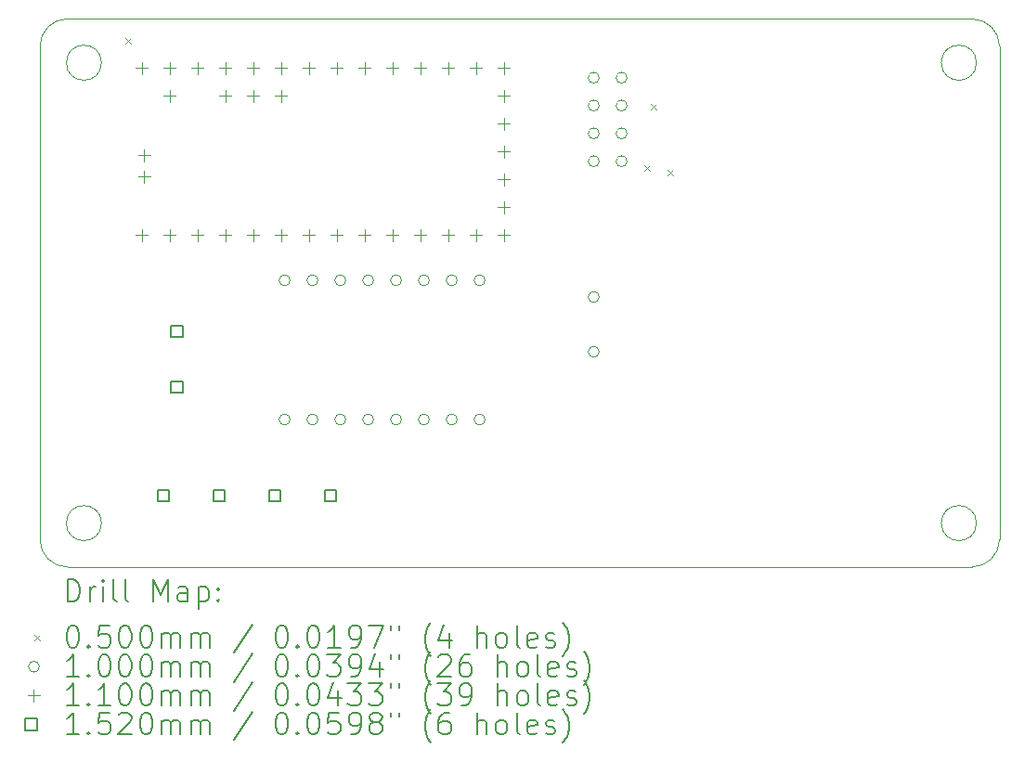
<source format=gbr>
%FSLAX45Y45*%
G04 Gerber Fmt 4.5, Leading zero omitted, Abs format (unit mm)*
G04 Created by KiCad (PCBNEW (6.0.6)) date 2022-07-07 23:48:39*
%MOMM*%
%LPD*%
G01*
G04 APERTURE LIST*
%TA.AperFunction,Profile*%
%ADD10C,0.100000*%
%TD*%
%ADD11C,0.200000*%
%ADD12C,0.050000*%
%ADD13C,0.100000*%
%ADD14C,0.110000*%
%ADD15C,0.152000*%
G04 APERTURE END LIST*
D10*
X15250000Y-9250000D02*
G75*
G03*
X15000000Y-9000000I-250000J0D01*
G01*
X15040000Y-13600000D02*
G75*
G03*
X15040000Y-13600000I-160000J0D01*
G01*
X6750000Y-9000000D02*
G75*
G03*
X6500000Y-9250000I0J-250000D01*
G01*
X7060000Y-13600000D02*
G75*
G03*
X7060000Y-13600000I-160000J0D01*
G01*
X15250000Y-9250000D02*
X15250000Y-13750000D01*
X6750000Y-9000000D02*
X15000000Y-9000000D01*
X15000000Y-14000000D02*
X6750000Y-14000000D01*
X6500000Y-13750000D02*
X6500000Y-9250000D01*
X15000000Y-14000000D02*
G75*
G03*
X15250000Y-13750000I0J250000D01*
G01*
X6500000Y-13750000D02*
G75*
G03*
X6750000Y-14000000I250000J0D01*
G01*
X7060000Y-9400000D02*
G75*
G03*
X7060000Y-9400000I-160000J0D01*
G01*
X15040000Y-9400000D02*
G75*
G03*
X15040000Y-9400000I-160000J0D01*
G01*
D11*
D12*
X7275000Y-9175000D02*
X7325000Y-9225000D01*
X7325000Y-9175000D02*
X7275000Y-9225000D01*
X12015000Y-10335000D02*
X12065000Y-10385000D01*
X12065000Y-10335000D02*
X12015000Y-10385000D01*
X12070000Y-9780000D02*
X12120000Y-9830000D01*
X12120000Y-9780000D02*
X12070000Y-9830000D01*
X12225000Y-10375000D02*
X12275000Y-10425000D01*
X12275000Y-10375000D02*
X12225000Y-10425000D01*
D13*
X8781000Y-11385000D02*
G75*
G03*
X8781000Y-11385000I-50000J0D01*
G01*
X8781000Y-12655000D02*
G75*
G03*
X8781000Y-12655000I-50000J0D01*
G01*
X9035000Y-11385000D02*
G75*
G03*
X9035000Y-11385000I-50000J0D01*
G01*
X9035000Y-12655000D02*
G75*
G03*
X9035000Y-12655000I-50000J0D01*
G01*
X9289000Y-11385000D02*
G75*
G03*
X9289000Y-11385000I-50000J0D01*
G01*
X9289000Y-12655000D02*
G75*
G03*
X9289000Y-12655000I-50000J0D01*
G01*
X9543000Y-11385000D02*
G75*
G03*
X9543000Y-11385000I-50000J0D01*
G01*
X9543000Y-12655000D02*
G75*
G03*
X9543000Y-12655000I-50000J0D01*
G01*
X9797000Y-11385000D02*
G75*
G03*
X9797000Y-11385000I-50000J0D01*
G01*
X9797000Y-12655000D02*
G75*
G03*
X9797000Y-12655000I-50000J0D01*
G01*
X10051000Y-11385000D02*
G75*
G03*
X10051000Y-11385000I-50000J0D01*
G01*
X10051000Y-12655000D02*
G75*
G03*
X10051000Y-12655000I-50000J0D01*
G01*
X10305000Y-11385000D02*
G75*
G03*
X10305000Y-11385000I-50000J0D01*
G01*
X10305000Y-12655000D02*
G75*
G03*
X10305000Y-12655000I-50000J0D01*
G01*
X10559000Y-11385000D02*
G75*
G03*
X10559000Y-11385000I-50000J0D01*
G01*
X10559000Y-12655000D02*
G75*
G03*
X10559000Y-12655000I-50000J0D01*
G01*
X11600000Y-9537500D02*
G75*
G03*
X11600000Y-9537500I-50000J0D01*
G01*
X11600000Y-9791500D02*
G75*
G03*
X11600000Y-9791500I-50000J0D01*
G01*
X11600000Y-10045500D02*
G75*
G03*
X11600000Y-10045500I-50000J0D01*
G01*
X11600000Y-10299500D02*
G75*
G03*
X11600000Y-10299500I-50000J0D01*
G01*
X11600000Y-11536768D02*
G75*
G03*
X11600000Y-11536768I-50000J0D01*
G01*
X11600000Y-12036768D02*
G75*
G03*
X11600000Y-12036768I-50000J0D01*
G01*
X11854000Y-9537500D02*
G75*
G03*
X11854000Y-9537500I-50000J0D01*
G01*
X11854000Y-9791500D02*
G75*
G03*
X11854000Y-9791500I-50000J0D01*
G01*
X11854000Y-10045500D02*
G75*
G03*
X11854000Y-10045500I-50000J0D01*
G01*
X11854000Y-10299500D02*
G75*
G03*
X11854000Y-10299500I-50000J0D01*
G01*
D14*
X7430000Y-9395000D02*
X7430000Y-9505000D01*
X7375000Y-9450000D02*
X7485000Y-9450000D01*
X7430000Y-10919000D02*
X7430000Y-11029000D01*
X7375000Y-10974000D02*
X7485000Y-10974000D01*
X7447780Y-10187480D02*
X7447780Y-10297480D01*
X7392780Y-10242480D02*
X7502780Y-10242480D01*
X7447780Y-10385600D02*
X7447780Y-10495600D01*
X7392780Y-10440600D02*
X7502780Y-10440600D01*
X7684000Y-9395000D02*
X7684000Y-9505000D01*
X7629000Y-9450000D02*
X7739000Y-9450000D01*
X7684000Y-9649000D02*
X7684000Y-9759000D01*
X7629000Y-9704000D02*
X7739000Y-9704000D01*
X7684000Y-10919000D02*
X7684000Y-11029000D01*
X7629000Y-10974000D02*
X7739000Y-10974000D01*
X7938000Y-9395000D02*
X7938000Y-9505000D01*
X7883000Y-9450000D02*
X7993000Y-9450000D01*
X7938000Y-10919000D02*
X7938000Y-11029000D01*
X7883000Y-10974000D02*
X7993000Y-10974000D01*
X8192000Y-9395000D02*
X8192000Y-9505000D01*
X8137000Y-9450000D02*
X8247000Y-9450000D01*
X8192000Y-9649000D02*
X8192000Y-9759000D01*
X8137000Y-9704000D02*
X8247000Y-9704000D01*
X8192000Y-10919000D02*
X8192000Y-11029000D01*
X8137000Y-10974000D02*
X8247000Y-10974000D01*
X8446000Y-9395000D02*
X8446000Y-9505000D01*
X8391000Y-9450000D02*
X8501000Y-9450000D01*
X8446000Y-9649000D02*
X8446000Y-9759000D01*
X8391000Y-9704000D02*
X8501000Y-9704000D01*
X8446000Y-10919000D02*
X8446000Y-11029000D01*
X8391000Y-10974000D02*
X8501000Y-10974000D01*
X8700000Y-9395000D02*
X8700000Y-9505000D01*
X8645000Y-9450000D02*
X8755000Y-9450000D01*
X8700000Y-9649000D02*
X8700000Y-9759000D01*
X8645000Y-9704000D02*
X8755000Y-9704000D01*
X8700000Y-10919000D02*
X8700000Y-11029000D01*
X8645000Y-10974000D02*
X8755000Y-10974000D01*
X8954000Y-9395000D02*
X8954000Y-9505000D01*
X8899000Y-9450000D02*
X9009000Y-9450000D01*
X8954000Y-10919000D02*
X8954000Y-11029000D01*
X8899000Y-10974000D02*
X9009000Y-10974000D01*
X9208000Y-9395000D02*
X9208000Y-9505000D01*
X9153000Y-9450000D02*
X9263000Y-9450000D01*
X9208000Y-10919000D02*
X9208000Y-11029000D01*
X9153000Y-10974000D02*
X9263000Y-10974000D01*
X9462000Y-9395000D02*
X9462000Y-9505000D01*
X9407000Y-9450000D02*
X9517000Y-9450000D01*
X9462000Y-10919000D02*
X9462000Y-11029000D01*
X9407000Y-10974000D02*
X9517000Y-10974000D01*
X9716000Y-9395000D02*
X9716000Y-9505000D01*
X9661000Y-9450000D02*
X9771000Y-9450000D01*
X9716000Y-10919000D02*
X9716000Y-11029000D01*
X9661000Y-10974000D02*
X9771000Y-10974000D01*
X9970000Y-9395000D02*
X9970000Y-9505000D01*
X9915000Y-9450000D02*
X10025000Y-9450000D01*
X9970000Y-10919000D02*
X9970000Y-11029000D01*
X9915000Y-10974000D02*
X10025000Y-10974000D01*
X10224000Y-9395000D02*
X10224000Y-9505000D01*
X10169000Y-9450000D02*
X10279000Y-9450000D01*
X10224000Y-10919000D02*
X10224000Y-11029000D01*
X10169000Y-10974000D02*
X10279000Y-10974000D01*
X10478000Y-9395000D02*
X10478000Y-9505000D01*
X10423000Y-9450000D02*
X10533000Y-9450000D01*
X10478000Y-10919000D02*
X10478000Y-11029000D01*
X10423000Y-10974000D02*
X10533000Y-10974000D01*
X10732000Y-9395000D02*
X10732000Y-9505000D01*
X10677000Y-9450000D02*
X10787000Y-9450000D01*
X10732000Y-9649000D02*
X10732000Y-9759000D01*
X10677000Y-9704000D02*
X10787000Y-9704000D01*
X10732000Y-9903000D02*
X10732000Y-10013000D01*
X10677000Y-9958000D02*
X10787000Y-9958000D01*
X10732000Y-10157000D02*
X10732000Y-10267000D01*
X10677000Y-10212000D02*
X10787000Y-10212000D01*
X10732000Y-10411000D02*
X10732000Y-10521000D01*
X10677000Y-10466000D02*
X10787000Y-10466000D01*
X10732000Y-10665000D02*
X10732000Y-10775000D01*
X10677000Y-10720000D02*
X10787000Y-10720000D01*
X10732000Y-10919000D02*
X10732000Y-11029000D01*
X10677000Y-10974000D02*
X10787000Y-10974000D01*
D15*
X7679741Y-13403741D02*
X7679741Y-13296259D01*
X7572259Y-13296259D01*
X7572259Y-13403741D01*
X7679741Y-13403741D01*
X7803741Y-11903741D02*
X7803741Y-11796259D01*
X7696259Y-11796259D01*
X7696259Y-11903741D01*
X7803741Y-11903741D01*
X7803741Y-12411741D02*
X7803741Y-12304259D01*
X7696259Y-12304259D01*
X7696259Y-12411741D01*
X7803741Y-12411741D01*
X8187741Y-13403741D02*
X8187741Y-13296259D01*
X8080259Y-13296259D01*
X8080259Y-13403741D01*
X8187741Y-13403741D01*
X8695741Y-13403741D02*
X8695741Y-13296259D01*
X8588259Y-13296259D01*
X8588259Y-13403741D01*
X8695741Y-13403741D01*
X9203741Y-13403741D02*
X9203741Y-13296259D01*
X9096259Y-13296259D01*
X9096259Y-13403741D01*
X9203741Y-13403741D01*
D11*
X6752619Y-14315476D02*
X6752619Y-14115476D01*
X6800238Y-14115476D01*
X6828809Y-14125000D01*
X6847857Y-14144048D01*
X6857381Y-14163095D01*
X6866905Y-14201190D01*
X6866905Y-14229762D01*
X6857381Y-14267857D01*
X6847857Y-14286905D01*
X6828809Y-14305952D01*
X6800238Y-14315476D01*
X6752619Y-14315476D01*
X6952619Y-14315476D02*
X6952619Y-14182143D01*
X6952619Y-14220238D02*
X6962143Y-14201190D01*
X6971667Y-14191667D01*
X6990714Y-14182143D01*
X7009762Y-14182143D01*
X7076428Y-14315476D02*
X7076428Y-14182143D01*
X7076428Y-14115476D02*
X7066905Y-14125000D01*
X7076428Y-14134524D01*
X7085952Y-14125000D01*
X7076428Y-14115476D01*
X7076428Y-14134524D01*
X7200238Y-14315476D02*
X7181190Y-14305952D01*
X7171667Y-14286905D01*
X7171667Y-14115476D01*
X7305000Y-14315476D02*
X7285952Y-14305952D01*
X7276428Y-14286905D01*
X7276428Y-14115476D01*
X7533571Y-14315476D02*
X7533571Y-14115476D01*
X7600238Y-14258333D01*
X7666905Y-14115476D01*
X7666905Y-14315476D01*
X7847857Y-14315476D02*
X7847857Y-14210714D01*
X7838333Y-14191667D01*
X7819286Y-14182143D01*
X7781190Y-14182143D01*
X7762143Y-14191667D01*
X7847857Y-14305952D02*
X7828809Y-14315476D01*
X7781190Y-14315476D01*
X7762143Y-14305952D01*
X7752619Y-14286905D01*
X7752619Y-14267857D01*
X7762143Y-14248809D01*
X7781190Y-14239286D01*
X7828809Y-14239286D01*
X7847857Y-14229762D01*
X7943095Y-14182143D02*
X7943095Y-14382143D01*
X7943095Y-14191667D02*
X7962143Y-14182143D01*
X8000238Y-14182143D01*
X8019286Y-14191667D01*
X8028809Y-14201190D01*
X8038333Y-14220238D01*
X8038333Y-14277381D01*
X8028809Y-14296428D01*
X8019286Y-14305952D01*
X8000238Y-14315476D01*
X7962143Y-14315476D01*
X7943095Y-14305952D01*
X8124048Y-14296428D02*
X8133571Y-14305952D01*
X8124048Y-14315476D01*
X8114524Y-14305952D01*
X8124048Y-14296428D01*
X8124048Y-14315476D01*
X8124048Y-14191667D02*
X8133571Y-14201190D01*
X8124048Y-14210714D01*
X8114524Y-14201190D01*
X8124048Y-14191667D01*
X8124048Y-14210714D01*
D12*
X6445000Y-14620000D02*
X6495000Y-14670000D01*
X6495000Y-14620000D02*
X6445000Y-14670000D01*
D11*
X6790714Y-14535476D02*
X6809762Y-14535476D01*
X6828809Y-14545000D01*
X6838333Y-14554524D01*
X6847857Y-14573571D01*
X6857381Y-14611667D01*
X6857381Y-14659286D01*
X6847857Y-14697381D01*
X6838333Y-14716428D01*
X6828809Y-14725952D01*
X6809762Y-14735476D01*
X6790714Y-14735476D01*
X6771667Y-14725952D01*
X6762143Y-14716428D01*
X6752619Y-14697381D01*
X6743095Y-14659286D01*
X6743095Y-14611667D01*
X6752619Y-14573571D01*
X6762143Y-14554524D01*
X6771667Y-14545000D01*
X6790714Y-14535476D01*
X6943095Y-14716428D02*
X6952619Y-14725952D01*
X6943095Y-14735476D01*
X6933571Y-14725952D01*
X6943095Y-14716428D01*
X6943095Y-14735476D01*
X7133571Y-14535476D02*
X7038333Y-14535476D01*
X7028809Y-14630714D01*
X7038333Y-14621190D01*
X7057381Y-14611667D01*
X7105000Y-14611667D01*
X7124048Y-14621190D01*
X7133571Y-14630714D01*
X7143095Y-14649762D01*
X7143095Y-14697381D01*
X7133571Y-14716428D01*
X7124048Y-14725952D01*
X7105000Y-14735476D01*
X7057381Y-14735476D01*
X7038333Y-14725952D01*
X7028809Y-14716428D01*
X7266905Y-14535476D02*
X7285952Y-14535476D01*
X7305000Y-14545000D01*
X7314524Y-14554524D01*
X7324048Y-14573571D01*
X7333571Y-14611667D01*
X7333571Y-14659286D01*
X7324048Y-14697381D01*
X7314524Y-14716428D01*
X7305000Y-14725952D01*
X7285952Y-14735476D01*
X7266905Y-14735476D01*
X7247857Y-14725952D01*
X7238333Y-14716428D01*
X7228809Y-14697381D01*
X7219286Y-14659286D01*
X7219286Y-14611667D01*
X7228809Y-14573571D01*
X7238333Y-14554524D01*
X7247857Y-14545000D01*
X7266905Y-14535476D01*
X7457381Y-14535476D02*
X7476428Y-14535476D01*
X7495476Y-14545000D01*
X7505000Y-14554524D01*
X7514524Y-14573571D01*
X7524048Y-14611667D01*
X7524048Y-14659286D01*
X7514524Y-14697381D01*
X7505000Y-14716428D01*
X7495476Y-14725952D01*
X7476428Y-14735476D01*
X7457381Y-14735476D01*
X7438333Y-14725952D01*
X7428809Y-14716428D01*
X7419286Y-14697381D01*
X7409762Y-14659286D01*
X7409762Y-14611667D01*
X7419286Y-14573571D01*
X7428809Y-14554524D01*
X7438333Y-14545000D01*
X7457381Y-14535476D01*
X7609762Y-14735476D02*
X7609762Y-14602143D01*
X7609762Y-14621190D02*
X7619286Y-14611667D01*
X7638333Y-14602143D01*
X7666905Y-14602143D01*
X7685952Y-14611667D01*
X7695476Y-14630714D01*
X7695476Y-14735476D01*
X7695476Y-14630714D02*
X7705000Y-14611667D01*
X7724048Y-14602143D01*
X7752619Y-14602143D01*
X7771667Y-14611667D01*
X7781190Y-14630714D01*
X7781190Y-14735476D01*
X7876428Y-14735476D02*
X7876428Y-14602143D01*
X7876428Y-14621190D02*
X7885952Y-14611667D01*
X7905000Y-14602143D01*
X7933571Y-14602143D01*
X7952619Y-14611667D01*
X7962143Y-14630714D01*
X7962143Y-14735476D01*
X7962143Y-14630714D02*
X7971667Y-14611667D01*
X7990714Y-14602143D01*
X8019286Y-14602143D01*
X8038333Y-14611667D01*
X8047857Y-14630714D01*
X8047857Y-14735476D01*
X8438333Y-14525952D02*
X8266905Y-14783095D01*
X8695476Y-14535476D02*
X8714524Y-14535476D01*
X8733571Y-14545000D01*
X8743095Y-14554524D01*
X8752619Y-14573571D01*
X8762143Y-14611667D01*
X8762143Y-14659286D01*
X8752619Y-14697381D01*
X8743095Y-14716428D01*
X8733571Y-14725952D01*
X8714524Y-14735476D01*
X8695476Y-14735476D01*
X8676429Y-14725952D01*
X8666905Y-14716428D01*
X8657381Y-14697381D01*
X8647857Y-14659286D01*
X8647857Y-14611667D01*
X8657381Y-14573571D01*
X8666905Y-14554524D01*
X8676429Y-14545000D01*
X8695476Y-14535476D01*
X8847857Y-14716428D02*
X8857381Y-14725952D01*
X8847857Y-14735476D01*
X8838333Y-14725952D01*
X8847857Y-14716428D01*
X8847857Y-14735476D01*
X8981190Y-14535476D02*
X9000238Y-14535476D01*
X9019286Y-14545000D01*
X9028810Y-14554524D01*
X9038333Y-14573571D01*
X9047857Y-14611667D01*
X9047857Y-14659286D01*
X9038333Y-14697381D01*
X9028810Y-14716428D01*
X9019286Y-14725952D01*
X9000238Y-14735476D01*
X8981190Y-14735476D01*
X8962143Y-14725952D01*
X8952619Y-14716428D01*
X8943095Y-14697381D01*
X8933571Y-14659286D01*
X8933571Y-14611667D01*
X8943095Y-14573571D01*
X8952619Y-14554524D01*
X8962143Y-14545000D01*
X8981190Y-14535476D01*
X9238333Y-14735476D02*
X9124048Y-14735476D01*
X9181190Y-14735476D02*
X9181190Y-14535476D01*
X9162143Y-14564048D01*
X9143095Y-14583095D01*
X9124048Y-14592619D01*
X9333571Y-14735476D02*
X9371667Y-14735476D01*
X9390714Y-14725952D01*
X9400238Y-14716428D01*
X9419286Y-14687857D01*
X9428810Y-14649762D01*
X9428810Y-14573571D01*
X9419286Y-14554524D01*
X9409762Y-14545000D01*
X9390714Y-14535476D01*
X9352619Y-14535476D01*
X9333571Y-14545000D01*
X9324048Y-14554524D01*
X9314524Y-14573571D01*
X9314524Y-14621190D01*
X9324048Y-14640238D01*
X9333571Y-14649762D01*
X9352619Y-14659286D01*
X9390714Y-14659286D01*
X9409762Y-14649762D01*
X9419286Y-14640238D01*
X9428810Y-14621190D01*
X9495476Y-14535476D02*
X9628810Y-14535476D01*
X9543095Y-14735476D01*
X9695476Y-14535476D02*
X9695476Y-14573571D01*
X9771667Y-14535476D02*
X9771667Y-14573571D01*
X10066905Y-14811667D02*
X10057381Y-14802143D01*
X10038333Y-14773571D01*
X10028810Y-14754524D01*
X10019286Y-14725952D01*
X10009762Y-14678333D01*
X10009762Y-14640238D01*
X10019286Y-14592619D01*
X10028810Y-14564048D01*
X10038333Y-14545000D01*
X10057381Y-14516428D01*
X10066905Y-14506905D01*
X10228810Y-14602143D02*
X10228810Y-14735476D01*
X10181190Y-14525952D02*
X10133571Y-14668809D01*
X10257381Y-14668809D01*
X10485952Y-14735476D02*
X10485952Y-14535476D01*
X10571667Y-14735476D02*
X10571667Y-14630714D01*
X10562143Y-14611667D01*
X10543095Y-14602143D01*
X10514524Y-14602143D01*
X10495476Y-14611667D01*
X10485952Y-14621190D01*
X10695476Y-14735476D02*
X10676429Y-14725952D01*
X10666905Y-14716428D01*
X10657381Y-14697381D01*
X10657381Y-14640238D01*
X10666905Y-14621190D01*
X10676429Y-14611667D01*
X10695476Y-14602143D01*
X10724048Y-14602143D01*
X10743095Y-14611667D01*
X10752619Y-14621190D01*
X10762143Y-14640238D01*
X10762143Y-14697381D01*
X10752619Y-14716428D01*
X10743095Y-14725952D01*
X10724048Y-14735476D01*
X10695476Y-14735476D01*
X10876429Y-14735476D02*
X10857381Y-14725952D01*
X10847857Y-14706905D01*
X10847857Y-14535476D01*
X11028810Y-14725952D02*
X11009762Y-14735476D01*
X10971667Y-14735476D01*
X10952619Y-14725952D01*
X10943095Y-14706905D01*
X10943095Y-14630714D01*
X10952619Y-14611667D01*
X10971667Y-14602143D01*
X11009762Y-14602143D01*
X11028810Y-14611667D01*
X11038333Y-14630714D01*
X11038333Y-14649762D01*
X10943095Y-14668809D01*
X11114524Y-14725952D02*
X11133571Y-14735476D01*
X11171667Y-14735476D01*
X11190714Y-14725952D01*
X11200238Y-14706905D01*
X11200238Y-14697381D01*
X11190714Y-14678333D01*
X11171667Y-14668809D01*
X11143095Y-14668809D01*
X11124048Y-14659286D01*
X11114524Y-14640238D01*
X11114524Y-14630714D01*
X11124048Y-14611667D01*
X11143095Y-14602143D01*
X11171667Y-14602143D01*
X11190714Y-14611667D01*
X11266905Y-14811667D02*
X11276428Y-14802143D01*
X11295476Y-14773571D01*
X11305000Y-14754524D01*
X11314524Y-14725952D01*
X11324048Y-14678333D01*
X11324048Y-14640238D01*
X11314524Y-14592619D01*
X11305000Y-14564048D01*
X11295476Y-14545000D01*
X11276428Y-14516428D01*
X11266905Y-14506905D01*
D13*
X6495000Y-14909000D02*
G75*
G03*
X6495000Y-14909000I-50000J0D01*
G01*
D11*
X6857381Y-14999476D02*
X6743095Y-14999476D01*
X6800238Y-14999476D02*
X6800238Y-14799476D01*
X6781190Y-14828048D01*
X6762143Y-14847095D01*
X6743095Y-14856619D01*
X6943095Y-14980428D02*
X6952619Y-14989952D01*
X6943095Y-14999476D01*
X6933571Y-14989952D01*
X6943095Y-14980428D01*
X6943095Y-14999476D01*
X7076428Y-14799476D02*
X7095476Y-14799476D01*
X7114524Y-14809000D01*
X7124048Y-14818524D01*
X7133571Y-14837571D01*
X7143095Y-14875667D01*
X7143095Y-14923286D01*
X7133571Y-14961381D01*
X7124048Y-14980428D01*
X7114524Y-14989952D01*
X7095476Y-14999476D01*
X7076428Y-14999476D01*
X7057381Y-14989952D01*
X7047857Y-14980428D01*
X7038333Y-14961381D01*
X7028809Y-14923286D01*
X7028809Y-14875667D01*
X7038333Y-14837571D01*
X7047857Y-14818524D01*
X7057381Y-14809000D01*
X7076428Y-14799476D01*
X7266905Y-14799476D02*
X7285952Y-14799476D01*
X7305000Y-14809000D01*
X7314524Y-14818524D01*
X7324048Y-14837571D01*
X7333571Y-14875667D01*
X7333571Y-14923286D01*
X7324048Y-14961381D01*
X7314524Y-14980428D01*
X7305000Y-14989952D01*
X7285952Y-14999476D01*
X7266905Y-14999476D01*
X7247857Y-14989952D01*
X7238333Y-14980428D01*
X7228809Y-14961381D01*
X7219286Y-14923286D01*
X7219286Y-14875667D01*
X7228809Y-14837571D01*
X7238333Y-14818524D01*
X7247857Y-14809000D01*
X7266905Y-14799476D01*
X7457381Y-14799476D02*
X7476428Y-14799476D01*
X7495476Y-14809000D01*
X7505000Y-14818524D01*
X7514524Y-14837571D01*
X7524048Y-14875667D01*
X7524048Y-14923286D01*
X7514524Y-14961381D01*
X7505000Y-14980428D01*
X7495476Y-14989952D01*
X7476428Y-14999476D01*
X7457381Y-14999476D01*
X7438333Y-14989952D01*
X7428809Y-14980428D01*
X7419286Y-14961381D01*
X7409762Y-14923286D01*
X7409762Y-14875667D01*
X7419286Y-14837571D01*
X7428809Y-14818524D01*
X7438333Y-14809000D01*
X7457381Y-14799476D01*
X7609762Y-14999476D02*
X7609762Y-14866143D01*
X7609762Y-14885190D02*
X7619286Y-14875667D01*
X7638333Y-14866143D01*
X7666905Y-14866143D01*
X7685952Y-14875667D01*
X7695476Y-14894714D01*
X7695476Y-14999476D01*
X7695476Y-14894714D02*
X7705000Y-14875667D01*
X7724048Y-14866143D01*
X7752619Y-14866143D01*
X7771667Y-14875667D01*
X7781190Y-14894714D01*
X7781190Y-14999476D01*
X7876428Y-14999476D02*
X7876428Y-14866143D01*
X7876428Y-14885190D02*
X7885952Y-14875667D01*
X7905000Y-14866143D01*
X7933571Y-14866143D01*
X7952619Y-14875667D01*
X7962143Y-14894714D01*
X7962143Y-14999476D01*
X7962143Y-14894714D02*
X7971667Y-14875667D01*
X7990714Y-14866143D01*
X8019286Y-14866143D01*
X8038333Y-14875667D01*
X8047857Y-14894714D01*
X8047857Y-14999476D01*
X8438333Y-14789952D02*
X8266905Y-15047095D01*
X8695476Y-14799476D02*
X8714524Y-14799476D01*
X8733571Y-14809000D01*
X8743095Y-14818524D01*
X8752619Y-14837571D01*
X8762143Y-14875667D01*
X8762143Y-14923286D01*
X8752619Y-14961381D01*
X8743095Y-14980428D01*
X8733571Y-14989952D01*
X8714524Y-14999476D01*
X8695476Y-14999476D01*
X8676429Y-14989952D01*
X8666905Y-14980428D01*
X8657381Y-14961381D01*
X8647857Y-14923286D01*
X8647857Y-14875667D01*
X8657381Y-14837571D01*
X8666905Y-14818524D01*
X8676429Y-14809000D01*
X8695476Y-14799476D01*
X8847857Y-14980428D02*
X8857381Y-14989952D01*
X8847857Y-14999476D01*
X8838333Y-14989952D01*
X8847857Y-14980428D01*
X8847857Y-14999476D01*
X8981190Y-14799476D02*
X9000238Y-14799476D01*
X9019286Y-14809000D01*
X9028810Y-14818524D01*
X9038333Y-14837571D01*
X9047857Y-14875667D01*
X9047857Y-14923286D01*
X9038333Y-14961381D01*
X9028810Y-14980428D01*
X9019286Y-14989952D01*
X9000238Y-14999476D01*
X8981190Y-14999476D01*
X8962143Y-14989952D01*
X8952619Y-14980428D01*
X8943095Y-14961381D01*
X8933571Y-14923286D01*
X8933571Y-14875667D01*
X8943095Y-14837571D01*
X8952619Y-14818524D01*
X8962143Y-14809000D01*
X8981190Y-14799476D01*
X9114524Y-14799476D02*
X9238333Y-14799476D01*
X9171667Y-14875667D01*
X9200238Y-14875667D01*
X9219286Y-14885190D01*
X9228810Y-14894714D01*
X9238333Y-14913762D01*
X9238333Y-14961381D01*
X9228810Y-14980428D01*
X9219286Y-14989952D01*
X9200238Y-14999476D01*
X9143095Y-14999476D01*
X9124048Y-14989952D01*
X9114524Y-14980428D01*
X9333571Y-14999476D02*
X9371667Y-14999476D01*
X9390714Y-14989952D01*
X9400238Y-14980428D01*
X9419286Y-14951857D01*
X9428810Y-14913762D01*
X9428810Y-14837571D01*
X9419286Y-14818524D01*
X9409762Y-14809000D01*
X9390714Y-14799476D01*
X9352619Y-14799476D01*
X9333571Y-14809000D01*
X9324048Y-14818524D01*
X9314524Y-14837571D01*
X9314524Y-14885190D01*
X9324048Y-14904238D01*
X9333571Y-14913762D01*
X9352619Y-14923286D01*
X9390714Y-14923286D01*
X9409762Y-14913762D01*
X9419286Y-14904238D01*
X9428810Y-14885190D01*
X9600238Y-14866143D02*
X9600238Y-14999476D01*
X9552619Y-14789952D02*
X9505000Y-14932809D01*
X9628810Y-14932809D01*
X9695476Y-14799476D02*
X9695476Y-14837571D01*
X9771667Y-14799476D02*
X9771667Y-14837571D01*
X10066905Y-15075667D02*
X10057381Y-15066143D01*
X10038333Y-15037571D01*
X10028810Y-15018524D01*
X10019286Y-14989952D01*
X10009762Y-14942333D01*
X10009762Y-14904238D01*
X10019286Y-14856619D01*
X10028810Y-14828048D01*
X10038333Y-14809000D01*
X10057381Y-14780428D01*
X10066905Y-14770905D01*
X10133571Y-14818524D02*
X10143095Y-14809000D01*
X10162143Y-14799476D01*
X10209762Y-14799476D01*
X10228810Y-14809000D01*
X10238333Y-14818524D01*
X10247857Y-14837571D01*
X10247857Y-14856619D01*
X10238333Y-14885190D01*
X10124048Y-14999476D01*
X10247857Y-14999476D01*
X10419286Y-14799476D02*
X10381190Y-14799476D01*
X10362143Y-14809000D01*
X10352619Y-14818524D01*
X10333571Y-14847095D01*
X10324048Y-14885190D01*
X10324048Y-14961381D01*
X10333571Y-14980428D01*
X10343095Y-14989952D01*
X10362143Y-14999476D01*
X10400238Y-14999476D01*
X10419286Y-14989952D01*
X10428810Y-14980428D01*
X10438333Y-14961381D01*
X10438333Y-14913762D01*
X10428810Y-14894714D01*
X10419286Y-14885190D01*
X10400238Y-14875667D01*
X10362143Y-14875667D01*
X10343095Y-14885190D01*
X10333571Y-14894714D01*
X10324048Y-14913762D01*
X10676429Y-14999476D02*
X10676429Y-14799476D01*
X10762143Y-14999476D02*
X10762143Y-14894714D01*
X10752619Y-14875667D01*
X10733571Y-14866143D01*
X10705000Y-14866143D01*
X10685952Y-14875667D01*
X10676429Y-14885190D01*
X10885952Y-14999476D02*
X10866905Y-14989952D01*
X10857381Y-14980428D01*
X10847857Y-14961381D01*
X10847857Y-14904238D01*
X10857381Y-14885190D01*
X10866905Y-14875667D01*
X10885952Y-14866143D01*
X10914524Y-14866143D01*
X10933571Y-14875667D01*
X10943095Y-14885190D01*
X10952619Y-14904238D01*
X10952619Y-14961381D01*
X10943095Y-14980428D01*
X10933571Y-14989952D01*
X10914524Y-14999476D01*
X10885952Y-14999476D01*
X11066905Y-14999476D02*
X11047857Y-14989952D01*
X11038333Y-14970905D01*
X11038333Y-14799476D01*
X11219286Y-14989952D02*
X11200238Y-14999476D01*
X11162143Y-14999476D01*
X11143095Y-14989952D01*
X11133571Y-14970905D01*
X11133571Y-14894714D01*
X11143095Y-14875667D01*
X11162143Y-14866143D01*
X11200238Y-14866143D01*
X11219286Y-14875667D01*
X11228809Y-14894714D01*
X11228809Y-14913762D01*
X11133571Y-14932809D01*
X11305000Y-14989952D02*
X11324048Y-14999476D01*
X11362143Y-14999476D01*
X11381190Y-14989952D01*
X11390714Y-14970905D01*
X11390714Y-14961381D01*
X11381190Y-14942333D01*
X11362143Y-14932809D01*
X11333571Y-14932809D01*
X11314524Y-14923286D01*
X11305000Y-14904238D01*
X11305000Y-14894714D01*
X11314524Y-14875667D01*
X11333571Y-14866143D01*
X11362143Y-14866143D01*
X11381190Y-14875667D01*
X11457381Y-15075667D02*
X11466905Y-15066143D01*
X11485952Y-15037571D01*
X11495476Y-15018524D01*
X11505000Y-14989952D01*
X11514524Y-14942333D01*
X11514524Y-14904238D01*
X11505000Y-14856619D01*
X11495476Y-14828048D01*
X11485952Y-14809000D01*
X11466905Y-14780428D01*
X11457381Y-14770905D01*
D14*
X6440000Y-15118000D02*
X6440000Y-15228000D01*
X6385000Y-15173000D02*
X6495000Y-15173000D01*
D11*
X6857381Y-15263476D02*
X6743095Y-15263476D01*
X6800238Y-15263476D02*
X6800238Y-15063476D01*
X6781190Y-15092048D01*
X6762143Y-15111095D01*
X6743095Y-15120619D01*
X6943095Y-15244428D02*
X6952619Y-15253952D01*
X6943095Y-15263476D01*
X6933571Y-15253952D01*
X6943095Y-15244428D01*
X6943095Y-15263476D01*
X7143095Y-15263476D02*
X7028809Y-15263476D01*
X7085952Y-15263476D02*
X7085952Y-15063476D01*
X7066905Y-15092048D01*
X7047857Y-15111095D01*
X7028809Y-15120619D01*
X7266905Y-15063476D02*
X7285952Y-15063476D01*
X7305000Y-15073000D01*
X7314524Y-15082524D01*
X7324048Y-15101571D01*
X7333571Y-15139667D01*
X7333571Y-15187286D01*
X7324048Y-15225381D01*
X7314524Y-15244428D01*
X7305000Y-15253952D01*
X7285952Y-15263476D01*
X7266905Y-15263476D01*
X7247857Y-15253952D01*
X7238333Y-15244428D01*
X7228809Y-15225381D01*
X7219286Y-15187286D01*
X7219286Y-15139667D01*
X7228809Y-15101571D01*
X7238333Y-15082524D01*
X7247857Y-15073000D01*
X7266905Y-15063476D01*
X7457381Y-15063476D02*
X7476428Y-15063476D01*
X7495476Y-15073000D01*
X7505000Y-15082524D01*
X7514524Y-15101571D01*
X7524048Y-15139667D01*
X7524048Y-15187286D01*
X7514524Y-15225381D01*
X7505000Y-15244428D01*
X7495476Y-15253952D01*
X7476428Y-15263476D01*
X7457381Y-15263476D01*
X7438333Y-15253952D01*
X7428809Y-15244428D01*
X7419286Y-15225381D01*
X7409762Y-15187286D01*
X7409762Y-15139667D01*
X7419286Y-15101571D01*
X7428809Y-15082524D01*
X7438333Y-15073000D01*
X7457381Y-15063476D01*
X7609762Y-15263476D02*
X7609762Y-15130143D01*
X7609762Y-15149190D02*
X7619286Y-15139667D01*
X7638333Y-15130143D01*
X7666905Y-15130143D01*
X7685952Y-15139667D01*
X7695476Y-15158714D01*
X7695476Y-15263476D01*
X7695476Y-15158714D02*
X7705000Y-15139667D01*
X7724048Y-15130143D01*
X7752619Y-15130143D01*
X7771667Y-15139667D01*
X7781190Y-15158714D01*
X7781190Y-15263476D01*
X7876428Y-15263476D02*
X7876428Y-15130143D01*
X7876428Y-15149190D02*
X7885952Y-15139667D01*
X7905000Y-15130143D01*
X7933571Y-15130143D01*
X7952619Y-15139667D01*
X7962143Y-15158714D01*
X7962143Y-15263476D01*
X7962143Y-15158714D02*
X7971667Y-15139667D01*
X7990714Y-15130143D01*
X8019286Y-15130143D01*
X8038333Y-15139667D01*
X8047857Y-15158714D01*
X8047857Y-15263476D01*
X8438333Y-15053952D02*
X8266905Y-15311095D01*
X8695476Y-15063476D02*
X8714524Y-15063476D01*
X8733571Y-15073000D01*
X8743095Y-15082524D01*
X8752619Y-15101571D01*
X8762143Y-15139667D01*
X8762143Y-15187286D01*
X8752619Y-15225381D01*
X8743095Y-15244428D01*
X8733571Y-15253952D01*
X8714524Y-15263476D01*
X8695476Y-15263476D01*
X8676429Y-15253952D01*
X8666905Y-15244428D01*
X8657381Y-15225381D01*
X8647857Y-15187286D01*
X8647857Y-15139667D01*
X8657381Y-15101571D01*
X8666905Y-15082524D01*
X8676429Y-15073000D01*
X8695476Y-15063476D01*
X8847857Y-15244428D02*
X8857381Y-15253952D01*
X8847857Y-15263476D01*
X8838333Y-15253952D01*
X8847857Y-15244428D01*
X8847857Y-15263476D01*
X8981190Y-15063476D02*
X9000238Y-15063476D01*
X9019286Y-15073000D01*
X9028810Y-15082524D01*
X9038333Y-15101571D01*
X9047857Y-15139667D01*
X9047857Y-15187286D01*
X9038333Y-15225381D01*
X9028810Y-15244428D01*
X9019286Y-15253952D01*
X9000238Y-15263476D01*
X8981190Y-15263476D01*
X8962143Y-15253952D01*
X8952619Y-15244428D01*
X8943095Y-15225381D01*
X8933571Y-15187286D01*
X8933571Y-15139667D01*
X8943095Y-15101571D01*
X8952619Y-15082524D01*
X8962143Y-15073000D01*
X8981190Y-15063476D01*
X9219286Y-15130143D02*
X9219286Y-15263476D01*
X9171667Y-15053952D02*
X9124048Y-15196809D01*
X9247857Y-15196809D01*
X9305000Y-15063476D02*
X9428810Y-15063476D01*
X9362143Y-15139667D01*
X9390714Y-15139667D01*
X9409762Y-15149190D01*
X9419286Y-15158714D01*
X9428810Y-15177762D01*
X9428810Y-15225381D01*
X9419286Y-15244428D01*
X9409762Y-15253952D01*
X9390714Y-15263476D01*
X9333571Y-15263476D01*
X9314524Y-15253952D01*
X9305000Y-15244428D01*
X9495476Y-15063476D02*
X9619286Y-15063476D01*
X9552619Y-15139667D01*
X9581190Y-15139667D01*
X9600238Y-15149190D01*
X9609762Y-15158714D01*
X9619286Y-15177762D01*
X9619286Y-15225381D01*
X9609762Y-15244428D01*
X9600238Y-15253952D01*
X9581190Y-15263476D01*
X9524048Y-15263476D01*
X9505000Y-15253952D01*
X9495476Y-15244428D01*
X9695476Y-15063476D02*
X9695476Y-15101571D01*
X9771667Y-15063476D02*
X9771667Y-15101571D01*
X10066905Y-15339667D02*
X10057381Y-15330143D01*
X10038333Y-15301571D01*
X10028810Y-15282524D01*
X10019286Y-15253952D01*
X10009762Y-15206333D01*
X10009762Y-15168238D01*
X10019286Y-15120619D01*
X10028810Y-15092048D01*
X10038333Y-15073000D01*
X10057381Y-15044428D01*
X10066905Y-15034905D01*
X10124048Y-15063476D02*
X10247857Y-15063476D01*
X10181190Y-15139667D01*
X10209762Y-15139667D01*
X10228810Y-15149190D01*
X10238333Y-15158714D01*
X10247857Y-15177762D01*
X10247857Y-15225381D01*
X10238333Y-15244428D01*
X10228810Y-15253952D01*
X10209762Y-15263476D01*
X10152619Y-15263476D01*
X10133571Y-15253952D01*
X10124048Y-15244428D01*
X10343095Y-15263476D02*
X10381190Y-15263476D01*
X10400238Y-15253952D01*
X10409762Y-15244428D01*
X10428810Y-15215857D01*
X10438333Y-15177762D01*
X10438333Y-15101571D01*
X10428810Y-15082524D01*
X10419286Y-15073000D01*
X10400238Y-15063476D01*
X10362143Y-15063476D01*
X10343095Y-15073000D01*
X10333571Y-15082524D01*
X10324048Y-15101571D01*
X10324048Y-15149190D01*
X10333571Y-15168238D01*
X10343095Y-15177762D01*
X10362143Y-15187286D01*
X10400238Y-15187286D01*
X10419286Y-15177762D01*
X10428810Y-15168238D01*
X10438333Y-15149190D01*
X10676429Y-15263476D02*
X10676429Y-15063476D01*
X10762143Y-15263476D02*
X10762143Y-15158714D01*
X10752619Y-15139667D01*
X10733571Y-15130143D01*
X10705000Y-15130143D01*
X10685952Y-15139667D01*
X10676429Y-15149190D01*
X10885952Y-15263476D02*
X10866905Y-15253952D01*
X10857381Y-15244428D01*
X10847857Y-15225381D01*
X10847857Y-15168238D01*
X10857381Y-15149190D01*
X10866905Y-15139667D01*
X10885952Y-15130143D01*
X10914524Y-15130143D01*
X10933571Y-15139667D01*
X10943095Y-15149190D01*
X10952619Y-15168238D01*
X10952619Y-15225381D01*
X10943095Y-15244428D01*
X10933571Y-15253952D01*
X10914524Y-15263476D01*
X10885952Y-15263476D01*
X11066905Y-15263476D02*
X11047857Y-15253952D01*
X11038333Y-15234905D01*
X11038333Y-15063476D01*
X11219286Y-15253952D02*
X11200238Y-15263476D01*
X11162143Y-15263476D01*
X11143095Y-15253952D01*
X11133571Y-15234905D01*
X11133571Y-15158714D01*
X11143095Y-15139667D01*
X11162143Y-15130143D01*
X11200238Y-15130143D01*
X11219286Y-15139667D01*
X11228809Y-15158714D01*
X11228809Y-15177762D01*
X11133571Y-15196809D01*
X11305000Y-15253952D02*
X11324048Y-15263476D01*
X11362143Y-15263476D01*
X11381190Y-15253952D01*
X11390714Y-15234905D01*
X11390714Y-15225381D01*
X11381190Y-15206333D01*
X11362143Y-15196809D01*
X11333571Y-15196809D01*
X11314524Y-15187286D01*
X11305000Y-15168238D01*
X11305000Y-15158714D01*
X11314524Y-15139667D01*
X11333571Y-15130143D01*
X11362143Y-15130143D01*
X11381190Y-15139667D01*
X11457381Y-15339667D02*
X11466905Y-15330143D01*
X11485952Y-15301571D01*
X11495476Y-15282524D01*
X11505000Y-15253952D01*
X11514524Y-15206333D01*
X11514524Y-15168238D01*
X11505000Y-15120619D01*
X11495476Y-15092048D01*
X11485952Y-15073000D01*
X11466905Y-15044428D01*
X11457381Y-15034905D01*
D15*
X6472741Y-15490741D02*
X6472741Y-15383259D01*
X6365259Y-15383259D01*
X6365259Y-15490741D01*
X6472741Y-15490741D01*
D11*
X6857381Y-15527476D02*
X6743095Y-15527476D01*
X6800238Y-15527476D02*
X6800238Y-15327476D01*
X6781190Y-15356048D01*
X6762143Y-15375095D01*
X6743095Y-15384619D01*
X6943095Y-15508428D02*
X6952619Y-15517952D01*
X6943095Y-15527476D01*
X6933571Y-15517952D01*
X6943095Y-15508428D01*
X6943095Y-15527476D01*
X7133571Y-15327476D02*
X7038333Y-15327476D01*
X7028809Y-15422714D01*
X7038333Y-15413190D01*
X7057381Y-15403667D01*
X7105000Y-15403667D01*
X7124048Y-15413190D01*
X7133571Y-15422714D01*
X7143095Y-15441762D01*
X7143095Y-15489381D01*
X7133571Y-15508428D01*
X7124048Y-15517952D01*
X7105000Y-15527476D01*
X7057381Y-15527476D01*
X7038333Y-15517952D01*
X7028809Y-15508428D01*
X7219286Y-15346524D02*
X7228809Y-15337000D01*
X7247857Y-15327476D01*
X7295476Y-15327476D01*
X7314524Y-15337000D01*
X7324048Y-15346524D01*
X7333571Y-15365571D01*
X7333571Y-15384619D01*
X7324048Y-15413190D01*
X7209762Y-15527476D01*
X7333571Y-15527476D01*
X7457381Y-15327476D02*
X7476428Y-15327476D01*
X7495476Y-15337000D01*
X7505000Y-15346524D01*
X7514524Y-15365571D01*
X7524048Y-15403667D01*
X7524048Y-15451286D01*
X7514524Y-15489381D01*
X7505000Y-15508428D01*
X7495476Y-15517952D01*
X7476428Y-15527476D01*
X7457381Y-15527476D01*
X7438333Y-15517952D01*
X7428809Y-15508428D01*
X7419286Y-15489381D01*
X7409762Y-15451286D01*
X7409762Y-15403667D01*
X7419286Y-15365571D01*
X7428809Y-15346524D01*
X7438333Y-15337000D01*
X7457381Y-15327476D01*
X7609762Y-15527476D02*
X7609762Y-15394143D01*
X7609762Y-15413190D02*
X7619286Y-15403667D01*
X7638333Y-15394143D01*
X7666905Y-15394143D01*
X7685952Y-15403667D01*
X7695476Y-15422714D01*
X7695476Y-15527476D01*
X7695476Y-15422714D02*
X7705000Y-15403667D01*
X7724048Y-15394143D01*
X7752619Y-15394143D01*
X7771667Y-15403667D01*
X7781190Y-15422714D01*
X7781190Y-15527476D01*
X7876428Y-15527476D02*
X7876428Y-15394143D01*
X7876428Y-15413190D02*
X7885952Y-15403667D01*
X7905000Y-15394143D01*
X7933571Y-15394143D01*
X7952619Y-15403667D01*
X7962143Y-15422714D01*
X7962143Y-15527476D01*
X7962143Y-15422714D02*
X7971667Y-15403667D01*
X7990714Y-15394143D01*
X8019286Y-15394143D01*
X8038333Y-15403667D01*
X8047857Y-15422714D01*
X8047857Y-15527476D01*
X8438333Y-15317952D02*
X8266905Y-15575095D01*
X8695476Y-15327476D02*
X8714524Y-15327476D01*
X8733571Y-15337000D01*
X8743095Y-15346524D01*
X8752619Y-15365571D01*
X8762143Y-15403667D01*
X8762143Y-15451286D01*
X8752619Y-15489381D01*
X8743095Y-15508428D01*
X8733571Y-15517952D01*
X8714524Y-15527476D01*
X8695476Y-15527476D01*
X8676429Y-15517952D01*
X8666905Y-15508428D01*
X8657381Y-15489381D01*
X8647857Y-15451286D01*
X8647857Y-15403667D01*
X8657381Y-15365571D01*
X8666905Y-15346524D01*
X8676429Y-15337000D01*
X8695476Y-15327476D01*
X8847857Y-15508428D02*
X8857381Y-15517952D01*
X8847857Y-15527476D01*
X8838333Y-15517952D01*
X8847857Y-15508428D01*
X8847857Y-15527476D01*
X8981190Y-15327476D02*
X9000238Y-15327476D01*
X9019286Y-15337000D01*
X9028810Y-15346524D01*
X9038333Y-15365571D01*
X9047857Y-15403667D01*
X9047857Y-15451286D01*
X9038333Y-15489381D01*
X9028810Y-15508428D01*
X9019286Y-15517952D01*
X9000238Y-15527476D01*
X8981190Y-15527476D01*
X8962143Y-15517952D01*
X8952619Y-15508428D01*
X8943095Y-15489381D01*
X8933571Y-15451286D01*
X8933571Y-15403667D01*
X8943095Y-15365571D01*
X8952619Y-15346524D01*
X8962143Y-15337000D01*
X8981190Y-15327476D01*
X9228810Y-15327476D02*
X9133571Y-15327476D01*
X9124048Y-15422714D01*
X9133571Y-15413190D01*
X9152619Y-15403667D01*
X9200238Y-15403667D01*
X9219286Y-15413190D01*
X9228810Y-15422714D01*
X9238333Y-15441762D01*
X9238333Y-15489381D01*
X9228810Y-15508428D01*
X9219286Y-15517952D01*
X9200238Y-15527476D01*
X9152619Y-15527476D01*
X9133571Y-15517952D01*
X9124048Y-15508428D01*
X9333571Y-15527476D02*
X9371667Y-15527476D01*
X9390714Y-15517952D01*
X9400238Y-15508428D01*
X9419286Y-15479857D01*
X9428810Y-15441762D01*
X9428810Y-15365571D01*
X9419286Y-15346524D01*
X9409762Y-15337000D01*
X9390714Y-15327476D01*
X9352619Y-15327476D01*
X9333571Y-15337000D01*
X9324048Y-15346524D01*
X9314524Y-15365571D01*
X9314524Y-15413190D01*
X9324048Y-15432238D01*
X9333571Y-15441762D01*
X9352619Y-15451286D01*
X9390714Y-15451286D01*
X9409762Y-15441762D01*
X9419286Y-15432238D01*
X9428810Y-15413190D01*
X9543095Y-15413190D02*
X9524048Y-15403667D01*
X9514524Y-15394143D01*
X9505000Y-15375095D01*
X9505000Y-15365571D01*
X9514524Y-15346524D01*
X9524048Y-15337000D01*
X9543095Y-15327476D01*
X9581190Y-15327476D01*
X9600238Y-15337000D01*
X9609762Y-15346524D01*
X9619286Y-15365571D01*
X9619286Y-15375095D01*
X9609762Y-15394143D01*
X9600238Y-15403667D01*
X9581190Y-15413190D01*
X9543095Y-15413190D01*
X9524048Y-15422714D01*
X9514524Y-15432238D01*
X9505000Y-15451286D01*
X9505000Y-15489381D01*
X9514524Y-15508428D01*
X9524048Y-15517952D01*
X9543095Y-15527476D01*
X9581190Y-15527476D01*
X9600238Y-15517952D01*
X9609762Y-15508428D01*
X9619286Y-15489381D01*
X9619286Y-15451286D01*
X9609762Y-15432238D01*
X9600238Y-15422714D01*
X9581190Y-15413190D01*
X9695476Y-15327476D02*
X9695476Y-15365571D01*
X9771667Y-15327476D02*
X9771667Y-15365571D01*
X10066905Y-15603667D02*
X10057381Y-15594143D01*
X10038333Y-15565571D01*
X10028810Y-15546524D01*
X10019286Y-15517952D01*
X10009762Y-15470333D01*
X10009762Y-15432238D01*
X10019286Y-15384619D01*
X10028810Y-15356048D01*
X10038333Y-15337000D01*
X10057381Y-15308428D01*
X10066905Y-15298905D01*
X10228810Y-15327476D02*
X10190714Y-15327476D01*
X10171667Y-15337000D01*
X10162143Y-15346524D01*
X10143095Y-15375095D01*
X10133571Y-15413190D01*
X10133571Y-15489381D01*
X10143095Y-15508428D01*
X10152619Y-15517952D01*
X10171667Y-15527476D01*
X10209762Y-15527476D01*
X10228810Y-15517952D01*
X10238333Y-15508428D01*
X10247857Y-15489381D01*
X10247857Y-15441762D01*
X10238333Y-15422714D01*
X10228810Y-15413190D01*
X10209762Y-15403667D01*
X10171667Y-15403667D01*
X10152619Y-15413190D01*
X10143095Y-15422714D01*
X10133571Y-15441762D01*
X10485952Y-15527476D02*
X10485952Y-15327476D01*
X10571667Y-15527476D02*
X10571667Y-15422714D01*
X10562143Y-15403667D01*
X10543095Y-15394143D01*
X10514524Y-15394143D01*
X10495476Y-15403667D01*
X10485952Y-15413190D01*
X10695476Y-15527476D02*
X10676429Y-15517952D01*
X10666905Y-15508428D01*
X10657381Y-15489381D01*
X10657381Y-15432238D01*
X10666905Y-15413190D01*
X10676429Y-15403667D01*
X10695476Y-15394143D01*
X10724048Y-15394143D01*
X10743095Y-15403667D01*
X10752619Y-15413190D01*
X10762143Y-15432238D01*
X10762143Y-15489381D01*
X10752619Y-15508428D01*
X10743095Y-15517952D01*
X10724048Y-15527476D01*
X10695476Y-15527476D01*
X10876429Y-15527476D02*
X10857381Y-15517952D01*
X10847857Y-15498905D01*
X10847857Y-15327476D01*
X11028810Y-15517952D02*
X11009762Y-15527476D01*
X10971667Y-15527476D01*
X10952619Y-15517952D01*
X10943095Y-15498905D01*
X10943095Y-15422714D01*
X10952619Y-15403667D01*
X10971667Y-15394143D01*
X11009762Y-15394143D01*
X11028810Y-15403667D01*
X11038333Y-15422714D01*
X11038333Y-15441762D01*
X10943095Y-15460809D01*
X11114524Y-15517952D02*
X11133571Y-15527476D01*
X11171667Y-15527476D01*
X11190714Y-15517952D01*
X11200238Y-15498905D01*
X11200238Y-15489381D01*
X11190714Y-15470333D01*
X11171667Y-15460809D01*
X11143095Y-15460809D01*
X11124048Y-15451286D01*
X11114524Y-15432238D01*
X11114524Y-15422714D01*
X11124048Y-15403667D01*
X11143095Y-15394143D01*
X11171667Y-15394143D01*
X11190714Y-15403667D01*
X11266905Y-15603667D02*
X11276428Y-15594143D01*
X11295476Y-15565571D01*
X11305000Y-15546524D01*
X11314524Y-15517952D01*
X11324048Y-15470333D01*
X11324048Y-15432238D01*
X11314524Y-15384619D01*
X11305000Y-15356048D01*
X11295476Y-15337000D01*
X11276428Y-15308428D01*
X11266905Y-15298905D01*
M02*

</source>
